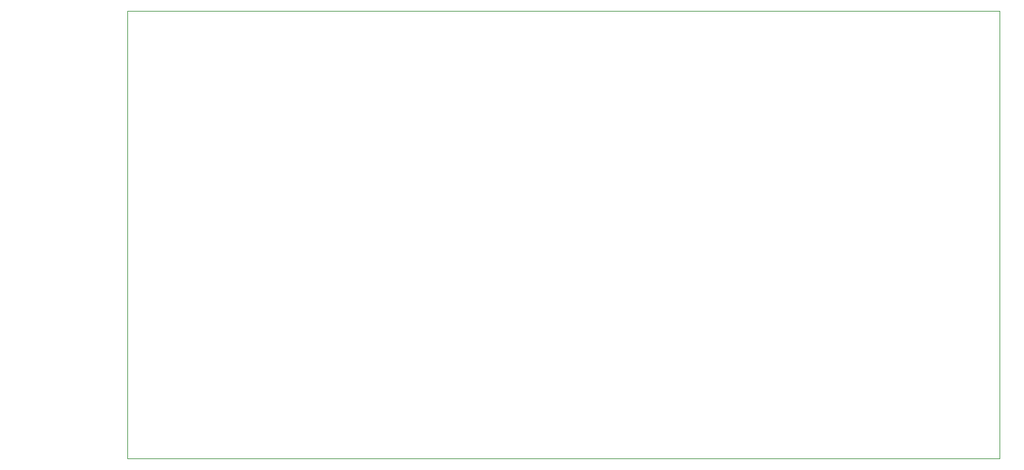
<source format=gbr>
%TF.GenerationSoftware,Altium Limited,Altium Designer,19.1.8 (144)*%
G04 Layer_Color=0*
%FSLAX26Y26*%
%MOIN*%
%TF.FileFunction,Profile,NP*%
%TF.Part,Single*%
G01*
G75*
%TA.AperFunction,Profile*%
%ADD48C,0.001000*%
G36*
X-535000Y1145000D02*
D01*
D02*
G37*
D48*
X0Y0D02*
X4520000D01*
Y2320000D01*
X0D01*
Y0D01*
%TF.MD5,17a9573782a612f4ba052b2039a13503*%
M02*

</source>
